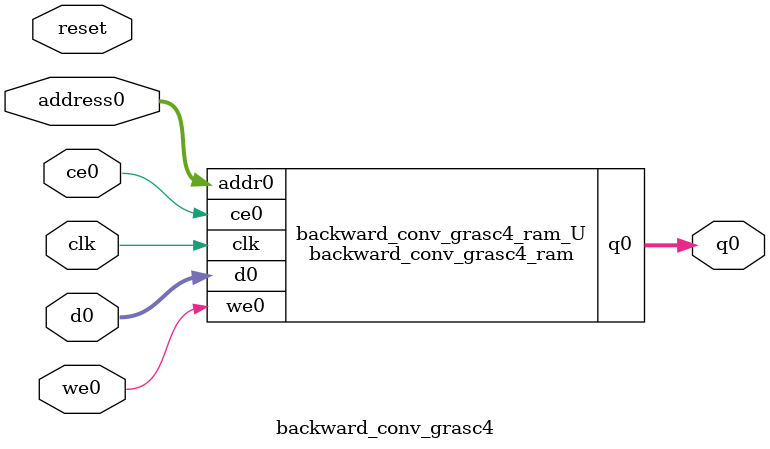
<source format=v>
`timescale 1 ns / 1 ps
module backward_conv_grasc4_ram (addr0, ce0, d0, we0, q0,  clk);

parameter DWIDTH = 32;
parameter AWIDTH = 10;
parameter MEM_SIZE = 784;

input[AWIDTH-1:0] addr0;
input ce0;
input[DWIDTH-1:0] d0;
input we0;
output reg[DWIDTH-1:0] q0;
input clk;

(* ram_style = "block" *)reg [DWIDTH-1:0] ram[0:MEM_SIZE-1];




always @(posedge clk)  
begin 
    if (ce0) 
    begin
        if (we0) 
        begin 
            ram[addr0] <= d0; 
        end 
        q0 <= ram[addr0];
    end
end


endmodule

`timescale 1 ns / 1 ps
module backward_conv_grasc4(
    reset,
    clk,
    address0,
    ce0,
    we0,
    d0,
    q0);

parameter DataWidth = 32'd32;
parameter AddressRange = 32'd784;
parameter AddressWidth = 32'd10;
input reset;
input clk;
input[AddressWidth - 1:0] address0;
input ce0;
input we0;
input[DataWidth - 1:0] d0;
output[DataWidth - 1:0] q0;



backward_conv_grasc4_ram backward_conv_grasc4_ram_U(
    .clk( clk ),
    .addr0( address0 ),
    .ce0( ce0 ),
    .we0( we0 ),
    .d0( d0 ),
    .q0( q0 ));

endmodule


</source>
